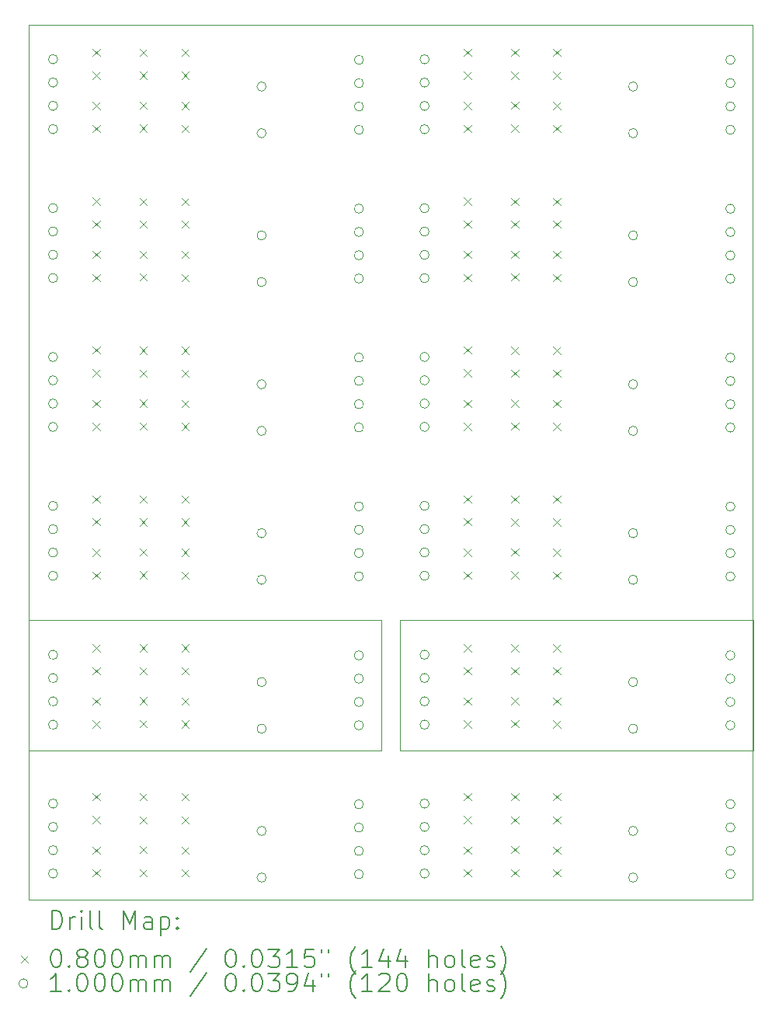
<source format=gbr>
%TF.GenerationSoftware,KiCad,Pcbnew,(6.0.7)*%
%TF.CreationDate,2024-06-12T17:23:28-04:00*%
%TF.ProjectId,DCR BPF V1 (Panel),44435220-4250-4462-9056-31202850616e,rev?*%
%TF.SameCoordinates,Original*%
%TF.FileFunction,Drillmap*%
%TF.FilePolarity,Positive*%
%FSLAX45Y45*%
G04 Gerber Fmt 4.5, Leading zero omitted, Abs format (unit mm)*
G04 Created by KiCad (PCBNEW (6.0.7)) date 2024-06-12 17:23:28*
%MOMM*%
%LPD*%
G01*
G04 APERTURE LIST*
%ADD10C,0.100000*%
%ADD11C,0.200000*%
%ADD12C,0.080000*%
G04 APERTURE END LIST*
D10*
X4184650Y-5416550D02*
X12077700Y-5416550D01*
X12077700Y-5416550D02*
X12077700Y-14954250D01*
X12077700Y-14954250D02*
X4184650Y-14954250D01*
X4184650Y-14954250D02*
X4184650Y-5416550D01*
X4183700Y-11906150D02*
X8033700Y-11906150D01*
X8033700Y-11906150D02*
X8033700Y-13328550D01*
X8033700Y-13328550D02*
X4183700Y-13328550D01*
X4183700Y-13328550D02*
X4183700Y-11906150D01*
X8233700Y-11906150D02*
X12083700Y-11906150D01*
X12083700Y-11906150D02*
X12083700Y-13328550D01*
X12083700Y-13328550D02*
X8233700Y-13328550D01*
X8233700Y-13328550D02*
X8233700Y-11906150D01*
D11*
D12*
X4881250Y-5677000D02*
X4961250Y-5757000D01*
X4961250Y-5677000D02*
X4881250Y-5757000D01*
X4881250Y-5927000D02*
X4961250Y-6007000D01*
X4961250Y-5927000D02*
X4881250Y-6007000D01*
X4881250Y-6259200D02*
X4961250Y-6339200D01*
X4961250Y-6259200D02*
X4881250Y-6339200D01*
X4881250Y-6509200D02*
X4961250Y-6589200D01*
X4961250Y-6509200D02*
X4881250Y-6589200D01*
X4881250Y-7299400D02*
X4961250Y-7379400D01*
X4961250Y-7299400D02*
X4881250Y-7379400D01*
X4881250Y-7549400D02*
X4961250Y-7629400D01*
X4961250Y-7549400D02*
X4881250Y-7629400D01*
X4881250Y-7881600D02*
X4961250Y-7961600D01*
X4961250Y-7881600D02*
X4881250Y-7961600D01*
X4881250Y-8131600D02*
X4961250Y-8211600D01*
X4961250Y-8131600D02*
X4881250Y-8211600D01*
X4881250Y-8921800D02*
X4961250Y-9001800D01*
X4961250Y-8921800D02*
X4881250Y-9001800D01*
X4881250Y-9171800D02*
X4961250Y-9251800D01*
X4961250Y-9171800D02*
X4881250Y-9251800D01*
X4881250Y-9504000D02*
X4961250Y-9584000D01*
X4961250Y-9504000D02*
X4881250Y-9584000D01*
X4881250Y-9754000D02*
X4961250Y-9834000D01*
X4961250Y-9754000D02*
X4881250Y-9834000D01*
X4881250Y-10544200D02*
X4961250Y-10624200D01*
X4961250Y-10544200D02*
X4881250Y-10624200D01*
X4881250Y-10794200D02*
X4961250Y-10874200D01*
X4961250Y-10794200D02*
X4881250Y-10874200D01*
X4881250Y-11126400D02*
X4961250Y-11206400D01*
X4961250Y-11126400D02*
X4881250Y-11206400D01*
X4881250Y-11376400D02*
X4961250Y-11456400D01*
X4961250Y-11376400D02*
X4881250Y-11456400D01*
X4881250Y-12166600D02*
X4961250Y-12246600D01*
X4961250Y-12166600D02*
X4881250Y-12246600D01*
X4881250Y-12416600D02*
X4961250Y-12496600D01*
X4961250Y-12416600D02*
X4881250Y-12496600D01*
X4881250Y-12748800D02*
X4961250Y-12828800D01*
X4961250Y-12748800D02*
X4881250Y-12828800D01*
X4881250Y-12998800D02*
X4961250Y-13078800D01*
X4961250Y-12998800D02*
X4881250Y-13078800D01*
X4881250Y-13789000D02*
X4961250Y-13869000D01*
X4961250Y-13789000D02*
X4881250Y-13869000D01*
X4881250Y-14039000D02*
X4961250Y-14119000D01*
X4961250Y-14039000D02*
X4881250Y-14119000D01*
X4881250Y-14371200D02*
X4961250Y-14451200D01*
X4961250Y-14371200D02*
X4881250Y-14451200D01*
X4881250Y-14621200D02*
X4961250Y-14701200D01*
X4961250Y-14621200D02*
X4881250Y-14701200D01*
X5395600Y-5679000D02*
X5475600Y-5759000D01*
X5475600Y-5679000D02*
X5395600Y-5759000D01*
X5395600Y-5929000D02*
X5475600Y-6009000D01*
X5475600Y-5929000D02*
X5395600Y-6009000D01*
X5395600Y-6254850D02*
X5475600Y-6334850D01*
X5475600Y-6254850D02*
X5395600Y-6334850D01*
X5395600Y-6504850D02*
X5475600Y-6584850D01*
X5475600Y-6504850D02*
X5395600Y-6584850D01*
X5395600Y-7301400D02*
X5475600Y-7381400D01*
X5475600Y-7301400D02*
X5395600Y-7381400D01*
X5395600Y-7551400D02*
X5475600Y-7631400D01*
X5475600Y-7551400D02*
X5395600Y-7631400D01*
X5395600Y-7877250D02*
X5475600Y-7957250D01*
X5475600Y-7877250D02*
X5395600Y-7957250D01*
X5395600Y-8127250D02*
X5475600Y-8207250D01*
X5475600Y-8127250D02*
X5395600Y-8207250D01*
X5395600Y-8923800D02*
X5475600Y-9003800D01*
X5475600Y-8923800D02*
X5395600Y-9003800D01*
X5395600Y-9173800D02*
X5475600Y-9253800D01*
X5475600Y-9173800D02*
X5395600Y-9253800D01*
X5395600Y-9499650D02*
X5475600Y-9579650D01*
X5475600Y-9499650D02*
X5395600Y-9579650D01*
X5395600Y-9749650D02*
X5475600Y-9829650D01*
X5475600Y-9749650D02*
X5395600Y-9829650D01*
X5395600Y-10546200D02*
X5475600Y-10626200D01*
X5475600Y-10546200D02*
X5395600Y-10626200D01*
X5395600Y-10796200D02*
X5475600Y-10876200D01*
X5475600Y-10796200D02*
X5395600Y-10876200D01*
X5395600Y-11122050D02*
X5475600Y-11202050D01*
X5475600Y-11122050D02*
X5395600Y-11202050D01*
X5395600Y-11372050D02*
X5475600Y-11452050D01*
X5475600Y-11372050D02*
X5395600Y-11452050D01*
X5395600Y-12168600D02*
X5475600Y-12248600D01*
X5475600Y-12168600D02*
X5395600Y-12248600D01*
X5395600Y-12418600D02*
X5475600Y-12498600D01*
X5475600Y-12418600D02*
X5395600Y-12498600D01*
X5395600Y-12744450D02*
X5475600Y-12824450D01*
X5475600Y-12744450D02*
X5395600Y-12824450D01*
X5395600Y-12994450D02*
X5475600Y-13074450D01*
X5475600Y-12994450D02*
X5395600Y-13074450D01*
X5395600Y-13791000D02*
X5475600Y-13871000D01*
X5475600Y-13791000D02*
X5395600Y-13871000D01*
X5395600Y-14041000D02*
X5475600Y-14121000D01*
X5475600Y-14041000D02*
X5395600Y-14121000D01*
X5395600Y-14366850D02*
X5475600Y-14446850D01*
X5475600Y-14366850D02*
X5395600Y-14446850D01*
X5395600Y-14616850D02*
X5475600Y-14696850D01*
X5475600Y-14616850D02*
X5395600Y-14696850D01*
X5852800Y-5679000D02*
X5932800Y-5759000D01*
X5932800Y-5679000D02*
X5852800Y-5759000D01*
X5852800Y-5929000D02*
X5932800Y-6009000D01*
X5932800Y-5929000D02*
X5852800Y-6009000D01*
X5852800Y-6259200D02*
X5932800Y-6339200D01*
X5932800Y-6259200D02*
X5852800Y-6339200D01*
X5852800Y-6509200D02*
X5932800Y-6589200D01*
X5932800Y-6509200D02*
X5852800Y-6589200D01*
X5852800Y-7301400D02*
X5932800Y-7381400D01*
X5932800Y-7301400D02*
X5852800Y-7381400D01*
X5852800Y-7551400D02*
X5932800Y-7631400D01*
X5932800Y-7551400D02*
X5852800Y-7631400D01*
X5852800Y-7881600D02*
X5932800Y-7961600D01*
X5932800Y-7881600D02*
X5852800Y-7961600D01*
X5852800Y-8131600D02*
X5932800Y-8211600D01*
X5932800Y-8131600D02*
X5852800Y-8211600D01*
X5852800Y-8923800D02*
X5932800Y-9003800D01*
X5932800Y-8923800D02*
X5852800Y-9003800D01*
X5852800Y-9173800D02*
X5932800Y-9253800D01*
X5932800Y-9173800D02*
X5852800Y-9253800D01*
X5852800Y-9504000D02*
X5932800Y-9584000D01*
X5932800Y-9504000D02*
X5852800Y-9584000D01*
X5852800Y-9754000D02*
X5932800Y-9834000D01*
X5932800Y-9754000D02*
X5852800Y-9834000D01*
X5852800Y-10546200D02*
X5932800Y-10626200D01*
X5932800Y-10546200D02*
X5852800Y-10626200D01*
X5852800Y-10796200D02*
X5932800Y-10876200D01*
X5932800Y-10796200D02*
X5852800Y-10876200D01*
X5852800Y-11126400D02*
X5932800Y-11206400D01*
X5932800Y-11126400D02*
X5852800Y-11206400D01*
X5852800Y-11376400D02*
X5932800Y-11456400D01*
X5932800Y-11376400D02*
X5852800Y-11456400D01*
X5852800Y-12168600D02*
X5932800Y-12248600D01*
X5932800Y-12168600D02*
X5852800Y-12248600D01*
X5852800Y-12418600D02*
X5932800Y-12498600D01*
X5932800Y-12418600D02*
X5852800Y-12498600D01*
X5852800Y-12748800D02*
X5932800Y-12828800D01*
X5932800Y-12748800D02*
X5852800Y-12828800D01*
X5852800Y-12998800D02*
X5932800Y-13078800D01*
X5932800Y-12998800D02*
X5852800Y-13078800D01*
X5852800Y-13791000D02*
X5932800Y-13871000D01*
X5932800Y-13791000D02*
X5852800Y-13871000D01*
X5852800Y-14041000D02*
X5932800Y-14121000D01*
X5932800Y-14041000D02*
X5852800Y-14121000D01*
X5852800Y-14371200D02*
X5932800Y-14451200D01*
X5932800Y-14371200D02*
X5852800Y-14451200D01*
X5852800Y-14621200D02*
X5932800Y-14701200D01*
X5932800Y-14621200D02*
X5852800Y-14701200D01*
X8931250Y-5677000D02*
X9011250Y-5757000D01*
X9011250Y-5677000D02*
X8931250Y-5757000D01*
X8931250Y-5927000D02*
X9011250Y-6007000D01*
X9011250Y-5927000D02*
X8931250Y-6007000D01*
X8931250Y-6259200D02*
X9011250Y-6339200D01*
X9011250Y-6259200D02*
X8931250Y-6339200D01*
X8931250Y-6509200D02*
X9011250Y-6589200D01*
X9011250Y-6509200D02*
X8931250Y-6589200D01*
X8931250Y-7299400D02*
X9011250Y-7379400D01*
X9011250Y-7299400D02*
X8931250Y-7379400D01*
X8931250Y-7549400D02*
X9011250Y-7629400D01*
X9011250Y-7549400D02*
X8931250Y-7629400D01*
X8931250Y-7881600D02*
X9011250Y-7961600D01*
X9011250Y-7881600D02*
X8931250Y-7961600D01*
X8931250Y-8131600D02*
X9011250Y-8211600D01*
X9011250Y-8131600D02*
X8931250Y-8211600D01*
X8931250Y-8921800D02*
X9011250Y-9001800D01*
X9011250Y-8921800D02*
X8931250Y-9001800D01*
X8931250Y-9171800D02*
X9011250Y-9251800D01*
X9011250Y-9171800D02*
X8931250Y-9251800D01*
X8931250Y-9504000D02*
X9011250Y-9584000D01*
X9011250Y-9504000D02*
X8931250Y-9584000D01*
X8931250Y-9754000D02*
X9011250Y-9834000D01*
X9011250Y-9754000D02*
X8931250Y-9834000D01*
X8931250Y-10544200D02*
X9011250Y-10624200D01*
X9011250Y-10544200D02*
X8931250Y-10624200D01*
X8931250Y-10794200D02*
X9011250Y-10874200D01*
X9011250Y-10794200D02*
X8931250Y-10874200D01*
X8931250Y-11126400D02*
X9011250Y-11206400D01*
X9011250Y-11126400D02*
X8931250Y-11206400D01*
X8931250Y-11376400D02*
X9011250Y-11456400D01*
X9011250Y-11376400D02*
X8931250Y-11456400D01*
X8931250Y-12166600D02*
X9011250Y-12246600D01*
X9011250Y-12166600D02*
X8931250Y-12246600D01*
X8931250Y-12416600D02*
X9011250Y-12496600D01*
X9011250Y-12416600D02*
X8931250Y-12496600D01*
X8931250Y-12748800D02*
X9011250Y-12828800D01*
X9011250Y-12748800D02*
X8931250Y-12828800D01*
X8931250Y-12998800D02*
X9011250Y-13078800D01*
X9011250Y-12998800D02*
X8931250Y-13078800D01*
X8931250Y-13789000D02*
X9011250Y-13869000D01*
X9011250Y-13789000D02*
X8931250Y-13869000D01*
X8931250Y-14039000D02*
X9011250Y-14119000D01*
X9011250Y-14039000D02*
X8931250Y-14119000D01*
X8931250Y-14371200D02*
X9011250Y-14451200D01*
X9011250Y-14371200D02*
X8931250Y-14451200D01*
X8931250Y-14621200D02*
X9011250Y-14701200D01*
X9011250Y-14621200D02*
X8931250Y-14701200D01*
X9445600Y-5679000D02*
X9525600Y-5759000D01*
X9525600Y-5679000D02*
X9445600Y-5759000D01*
X9445600Y-5929000D02*
X9525600Y-6009000D01*
X9525600Y-5929000D02*
X9445600Y-6009000D01*
X9445600Y-6254850D02*
X9525600Y-6334850D01*
X9525600Y-6254850D02*
X9445600Y-6334850D01*
X9445600Y-6504850D02*
X9525600Y-6584850D01*
X9525600Y-6504850D02*
X9445600Y-6584850D01*
X9445600Y-7301400D02*
X9525600Y-7381400D01*
X9525600Y-7301400D02*
X9445600Y-7381400D01*
X9445600Y-7551400D02*
X9525600Y-7631400D01*
X9525600Y-7551400D02*
X9445600Y-7631400D01*
X9445600Y-7877250D02*
X9525600Y-7957250D01*
X9525600Y-7877250D02*
X9445600Y-7957250D01*
X9445600Y-8127250D02*
X9525600Y-8207250D01*
X9525600Y-8127250D02*
X9445600Y-8207250D01*
X9445600Y-8923800D02*
X9525600Y-9003800D01*
X9525600Y-8923800D02*
X9445600Y-9003800D01*
X9445600Y-9173800D02*
X9525600Y-9253800D01*
X9525600Y-9173800D02*
X9445600Y-9253800D01*
X9445600Y-9499650D02*
X9525600Y-9579650D01*
X9525600Y-9499650D02*
X9445600Y-9579650D01*
X9445600Y-9749650D02*
X9525600Y-9829650D01*
X9525600Y-9749650D02*
X9445600Y-9829650D01*
X9445600Y-10546200D02*
X9525600Y-10626200D01*
X9525600Y-10546200D02*
X9445600Y-10626200D01*
X9445600Y-10796200D02*
X9525600Y-10876200D01*
X9525600Y-10796200D02*
X9445600Y-10876200D01*
X9445600Y-11122050D02*
X9525600Y-11202050D01*
X9525600Y-11122050D02*
X9445600Y-11202050D01*
X9445600Y-11372050D02*
X9525600Y-11452050D01*
X9525600Y-11372050D02*
X9445600Y-11452050D01*
X9445600Y-12168600D02*
X9525600Y-12248600D01*
X9525600Y-12168600D02*
X9445600Y-12248600D01*
X9445600Y-12418600D02*
X9525600Y-12498600D01*
X9525600Y-12418600D02*
X9445600Y-12498600D01*
X9445600Y-12744450D02*
X9525600Y-12824450D01*
X9525600Y-12744450D02*
X9445600Y-12824450D01*
X9445600Y-12994450D02*
X9525600Y-13074450D01*
X9525600Y-12994450D02*
X9445600Y-13074450D01*
X9445600Y-13791000D02*
X9525600Y-13871000D01*
X9525600Y-13791000D02*
X9445600Y-13871000D01*
X9445600Y-14041000D02*
X9525600Y-14121000D01*
X9525600Y-14041000D02*
X9445600Y-14121000D01*
X9445600Y-14366850D02*
X9525600Y-14446850D01*
X9525600Y-14366850D02*
X9445600Y-14446850D01*
X9445600Y-14616850D02*
X9525600Y-14696850D01*
X9525600Y-14616850D02*
X9445600Y-14696850D01*
X9902800Y-5679000D02*
X9982800Y-5759000D01*
X9982800Y-5679000D02*
X9902800Y-5759000D01*
X9902800Y-5929000D02*
X9982800Y-6009000D01*
X9982800Y-5929000D02*
X9902800Y-6009000D01*
X9902800Y-6259200D02*
X9982800Y-6339200D01*
X9982800Y-6259200D02*
X9902800Y-6339200D01*
X9902800Y-6509200D02*
X9982800Y-6589200D01*
X9982800Y-6509200D02*
X9902800Y-6589200D01*
X9902800Y-7301400D02*
X9982800Y-7381400D01*
X9982800Y-7301400D02*
X9902800Y-7381400D01*
X9902800Y-7551400D02*
X9982800Y-7631400D01*
X9982800Y-7551400D02*
X9902800Y-7631400D01*
X9902800Y-7881600D02*
X9982800Y-7961600D01*
X9982800Y-7881600D02*
X9902800Y-7961600D01*
X9902800Y-8131600D02*
X9982800Y-8211600D01*
X9982800Y-8131600D02*
X9902800Y-8211600D01*
X9902800Y-8923800D02*
X9982800Y-9003800D01*
X9982800Y-8923800D02*
X9902800Y-9003800D01*
X9902800Y-9173800D02*
X9982800Y-9253800D01*
X9982800Y-9173800D02*
X9902800Y-9253800D01*
X9902800Y-9504000D02*
X9982800Y-9584000D01*
X9982800Y-9504000D02*
X9902800Y-9584000D01*
X9902800Y-9754000D02*
X9982800Y-9834000D01*
X9982800Y-9754000D02*
X9902800Y-9834000D01*
X9902800Y-10546200D02*
X9982800Y-10626200D01*
X9982800Y-10546200D02*
X9902800Y-10626200D01*
X9902800Y-10796200D02*
X9982800Y-10876200D01*
X9982800Y-10796200D02*
X9902800Y-10876200D01*
X9902800Y-11126400D02*
X9982800Y-11206400D01*
X9982800Y-11126400D02*
X9902800Y-11206400D01*
X9902800Y-11376400D02*
X9982800Y-11456400D01*
X9982800Y-11376400D02*
X9902800Y-11456400D01*
X9902800Y-12168600D02*
X9982800Y-12248600D01*
X9982800Y-12168600D02*
X9902800Y-12248600D01*
X9902800Y-12418600D02*
X9982800Y-12498600D01*
X9982800Y-12418600D02*
X9902800Y-12498600D01*
X9902800Y-12748800D02*
X9982800Y-12828800D01*
X9982800Y-12748800D02*
X9902800Y-12828800D01*
X9902800Y-12998800D02*
X9982800Y-13078800D01*
X9982800Y-12998800D02*
X9902800Y-13078800D01*
X9902800Y-13791000D02*
X9982800Y-13871000D01*
X9982800Y-13791000D02*
X9902800Y-13871000D01*
X9902800Y-14041000D02*
X9982800Y-14121000D01*
X9982800Y-14041000D02*
X9902800Y-14121000D01*
X9902800Y-14371200D02*
X9982800Y-14451200D01*
X9982800Y-14371200D02*
X9902800Y-14451200D01*
X9902800Y-14621200D02*
X9982800Y-14701200D01*
X9982800Y-14621200D02*
X9902800Y-14701200D01*
D10*
X4501350Y-5792200D02*
G75*
G03*
X4501350Y-5792200I-50000J0D01*
G01*
X4501350Y-6046200D02*
G75*
G03*
X4501350Y-6046200I-50000J0D01*
G01*
X4501350Y-6300200D02*
G75*
G03*
X4501350Y-6300200I-50000J0D01*
G01*
X4501350Y-6554200D02*
G75*
G03*
X4501350Y-6554200I-50000J0D01*
G01*
X4501350Y-7414600D02*
G75*
G03*
X4501350Y-7414600I-50000J0D01*
G01*
X4501350Y-7668600D02*
G75*
G03*
X4501350Y-7668600I-50000J0D01*
G01*
X4501350Y-7922600D02*
G75*
G03*
X4501350Y-7922600I-50000J0D01*
G01*
X4501350Y-8176600D02*
G75*
G03*
X4501350Y-8176600I-50000J0D01*
G01*
X4501350Y-9037000D02*
G75*
G03*
X4501350Y-9037000I-50000J0D01*
G01*
X4501350Y-9291000D02*
G75*
G03*
X4501350Y-9291000I-50000J0D01*
G01*
X4501350Y-9545000D02*
G75*
G03*
X4501350Y-9545000I-50000J0D01*
G01*
X4501350Y-9799000D02*
G75*
G03*
X4501350Y-9799000I-50000J0D01*
G01*
X4501350Y-10659400D02*
G75*
G03*
X4501350Y-10659400I-50000J0D01*
G01*
X4501350Y-10913400D02*
G75*
G03*
X4501350Y-10913400I-50000J0D01*
G01*
X4501350Y-11167400D02*
G75*
G03*
X4501350Y-11167400I-50000J0D01*
G01*
X4501350Y-11421400D02*
G75*
G03*
X4501350Y-11421400I-50000J0D01*
G01*
X4501350Y-12281800D02*
G75*
G03*
X4501350Y-12281800I-50000J0D01*
G01*
X4501350Y-12535800D02*
G75*
G03*
X4501350Y-12535800I-50000J0D01*
G01*
X4501350Y-12789800D02*
G75*
G03*
X4501350Y-12789800I-50000J0D01*
G01*
X4501350Y-13043800D02*
G75*
G03*
X4501350Y-13043800I-50000J0D01*
G01*
X4501350Y-13904200D02*
G75*
G03*
X4501350Y-13904200I-50000J0D01*
G01*
X4501350Y-14158200D02*
G75*
G03*
X4501350Y-14158200I-50000J0D01*
G01*
X4501350Y-14412200D02*
G75*
G03*
X4501350Y-14412200I-50000J0D01*
G01*
X4501350Y-14666200D02*
G75*
G03*
X4501350Y-14666200I-50000J0D01*
G01*
X6774650Y-6089650D02*
G75*
G03*
X6774650Y-6089650I-50000J0D01*
G01*
X6774650Y-6597650D02*
G75*
G03*
X6774650Y-6597650I-50000J0D01*
G01*
X6774650Y-7712050D02*
G75*
G03*
X6774650Y-7712050I-50000J0D01*
G01*
X6774650Y-8220050D02*
G75*
G03*
X6774650Y-8220050I-50000J0D01*
G01*
X6774650Y-9334450D02*
G75*
G03*
X6774650Y-9334450I-50000J0D01*
G01*
X6774650Y-9842450D02*
G75*
G03*
X6774650Y-9842450I-50000J0D01*
G01*
X6774650Y-10956850D02*
G75*
G03*
X6774650Y-10956850I-50000J0D01*
G01*
X6774650Y-11464850D02*
G75*
G03*
X6774650Y-11464850I-50000J0D01*
G01*
X6774650Y-12579250D02*
G75*
G03*
X6774650Y-12579250I-50000J0D01*
G01*
X6774650Y-13087250D02*
G75*
G03*
X6774650Y-13087250I-50000J0D01*
G01*
X6774650Y-14201650D02*
G75*
G03*
X6774650Y-14201650I-50000J0D01*
G01*
X6774650Y-14709650D02*
G75*
G03*
X6774650Y-14709650I-50000J0D01*
G01*
X7835100Y-5798550D02*
G75*
G03*
X7835100Y-5798550I-50000J0D01*
G01*
X7835100Y-6052550D02*
G75*
G03*
X7835100Y-6052550I-50000J0D01*
G01*
X7835100Y-6306550D02*
G75*
G03*
X7835100Y-6306550I-50000J0D01*
G01*
X7835100Y-6560550D02*
G75*
G03*
X7835100Y-6560550I-50000J0D01*
G01*
X7835100Y-7420950D02*
G75*
G03*
X7835100Y-7420950I-50000J0D01*
G01*
X7835100Y-7674950D02*
G75*
G03*
X7835100Y-7674950I-50000J0D01*
G01*
X7835100Y-7928950D02*
G75*
G03*
X7835100Y-7928950I-50000J0D01*
G01*
X7835100Y-8182950D02*
G75*
G03*
X7835100Y-8182950I-50000J0D01*
G01*
X7835100Y-9043350D02*
G75*
G03*
X7835100Y-9043350I-50000J0D01*
G01*
X7835100Y-9297350D02*
G75*
G03*
X7835100Y-9297350I-50000J0D01*
G01*
X7835100Y-9551350D02*
G75*
G03*
X7835100Y-9551350I-50000J0D01*
G01*
X7835100Y-9805350D02*
G75*
G03*
X7835100Y-9805350I-50000J0D01*
G01*
X7835100Y-10665750D02*
G75*
G03*
X7835100Y-10665750I-50000J0D01*
G01*
X7835100Y-10919750D02*
G75*
G03*
X7835100Y-10919750I-50000J0D01*
G01*
X7835100Y-11173750D02*
G75*
G03*
X7835100Y-11173750I-50000J0D01*
G01*
X7835100Y-11427750D02*
G75*
G03*
X7835100Y-11427750I-50000J0D01*
G01*
X7835100Y-12288150D02*
G75*
G03*
X7835100Y-12288150I-50000J0D01*
G01*
X7835100Y-12542150D02*
G75*
G03*
X7835100Y-12542150I-50000J0D01*
G01*
X7835100Y-12796150D02*
G75*
G03*
X7835100Y-12796150I-50000J0D01*
G01*
X7835100Y-13050150D02*
G75*
G03*
X7835100Y-13050150I-50000J0D01*
G01*
X7835100Y-13910550D02*
G75*
G03*
X7835100Y-13910550I-50000J0D01*
G01*
X7835100Y-14164550D02*
G75*
G03*
X7835100Y-14164550I-50000J0D01*
G01*
X7835100Y-14418550D02*
G75*
G03*
X7835100Y-14418550I-50000J0D01*
G01*
X7835100Y-14672550D02*
G75*
G03*
X7835100Y-14672550I-50000J0D01*
G01*
X8551350Y-5792200D02*
G75*
G03*
X8551350Y-5792200I-50000J0D01*
G01*
X8551350Y-6046200D02*
G75*
G03*
X8551350Y-6046200I-50000J0D01*
G01*
X8551350Y-6300200D02*
G75*
G03*
X8551350Y-6300200I-50000J0D01*
G01*
X8551350Y-6554200D02*
G75*
G03*
X8551350Y-6554200I-50000J0D01*
G01*
X8551350Y-7414600D02*
G75*
G03*
X8551350Y-7414600I-50000J0D01*
G01*
X8551350Y-7668600D02*
G75*
G03*
X8551350Y-7668600I-50000J0D01*
G01*
X8551350Y-7922600D02*
G75*
G03*
X8551350Y-7922600I-50000J0D01*
G01*
X8551350Y-8176600D02*
G75*
G03*
X8551350Y-8176600I-50000J0D01*
G01*
X8551350Y-9037000D02*
G75*
G03*
X8551350Y-9037000I-50000J0D01*
G01*
X8551350Y-9291000D02*
G75*
G03*
X8551350Y-9291000I-50000J0D01*
G01*
X8551350Y-9545000D02*
G75*
G03*
X8551350Y-9545000I-50000J0D01*
G01*
X8551350Y-9799000D02*
G75*
G03*
X8551350Y-9799000I-50000J0D01*
G01*
X8551350Y-10659400D02*
G75*
G03*
X8551350Y-10659400I-50000J0D01*
G01*
X8551350Y-10913400D02*
G75*
G03*
X8551350Y-10913400I-50000J0D01*
G01*
X8551350Y-11167400D02*
G75*
G03*
X8551350Y-11167400I-50000J0D01*
G01*
X8551350Y-11421400D02*
G75*
G03*
X8551350Y-11421400I-50000J0D01*
G01*
X8551350Y-12281800D02*
G75*
G03*
X8551350Y-12281800I-50000J0D01*
G01*
X8551350Y-12535800D02*
G75*
G03*
X8551350Y-12535800I-50000J0D01*
G01*
X8551350Y-12789800D02*
G75*
G03*
X8551350Y-12789800I-50000J0D01*
G01*
X8551350Y-13043800D02*
G75*
G03*
X8551350Y-13043800I-50000J0D01*
G01*
X8551350Y-13904200D02*
G75*
G03*
X8551350Y-13904200I-50000J0D01*
G01*
X8551350Y-14158200D02*
G75*
G03*
X8551350Y-14158200I-50000J0D01*
G01*
X8551350Y-14412200D02*
G75*
G03*
X8551350Y-14412200I-50000J0D01*
G01*
X8551350Y-14666200D02*
G75*
G03*
X8551350Y-14666200I-50000J0D01*
G01*
X10824650Y-6089650D02*
G75*
G03*
X10824650Y-6089650I-50000J0D01*
G01*
X10824650Y-6597650D02*
G75*
G03*
X10824650Y-6597650I-50000J0D01*
G01*
X10824650Y-7712050D02*
G75*
G03*
X10824650Y-7712050I-50000J0D01*
G01*
X10824650Y-8220050D02*
G75*
G03*
X10824650Y-8220050I-50000J0D01*
G01*
X10824650Y-9334450D02*
G75*
G03*
X10824650Y-9334450I-50000J0D01*
G01*
X10824650Y-9842450D02*
G75*
G03*
X10824650Y-9842450I-50000J0D01*
G01*
X10824650Y-10956850D02*
G75*
G03*
X10824650Y-10956850I-50000J0D01*
G01*
X10824650Y-11464850D02*
G75*
G03*
X10824650Y-11464850I-50000J0D01*
G01*
X10824650Y-12579250D02*
G75*
G03*
X10824650Y-12579250I-50000J0D01*
G01*
X10824650Y-13087250D02*
G75*
G03*
X10824650Y-13087250I-50000J0D01*
G01*
X10824650Y-14201650D02*
G75*
G03*
X10824650Y-14201650I-50000J0D01*
G01*
X10824650Y-14709650D02*
G75*
G03*
X10824650Y-14709650I-50000J0D01*
G01*
X11885100Y-5798550D02*
G75*
G03*
X11885100Y-5798550I-50000J0D01*
G01*
X11885100Y-6052550D02*
G75*
G03*
X11885100Y-6052550I-50000J0D01*
G01*
X11885100Y-6306550D02*
G75*
G03*
X11885100Y-6306550I-50000J0D01*
G01*
X11885100Y-6560550D02*
G75*
G03*
X11885100Y-6560550I-50000J0D01*
G01*
X11885100Y-7420950D02*
G75*
G03*
X11885100Y-7420950I-50000J0D01*
G01*
X11885100Y-7674950D02*
G75*
G03*
X11885100Y-7674950I-50000J0D01*
G01*
X11885100Y-7928950D02*
G75*
G03*
X11885100Y-7928950I-50000J0D01*
G01*
X11885100Y-8182950D02*
G75*
G03*
X11885100Y-8182950I-50000J0D01*
G01*
X11885100Y-9043350D02*
G75*
G03*
X11885100Y-9043350I-50000J0D01*
G01*
X11885100Y-9297350D02*
G75*
G03*
X11885100Y-9297350I-50000J0D01*
G01*
X11885100Y-9551350D02*
G75*
G03*
X11885100Y-9551350I-50000J0D01*
G01*
X11885100Y-9805350D02*
G75*
G03*
X11885100Y-9805350I-50000J0D01*
G01*
X11885100Y-10665750D02*
G75*
G03*
X11885100Y-10665750I-50000J0D01*
G01*
X11885100Y-10919750D02*
G75*
G03*
X11885100Y-10919750I-50000J0D01*
G01*
X11885100Y-11173750D02*
G75*
G03*
X11885100Y-11173750I-50000J0D01*
G01*
X11885100Y-11427750D02*
G75*
G03*
X11885100Y-11427750I-50000J0D01*
G01*
X11885100Y-12288150D02*
G75*
G03*
X11885100Y-12288150I-50000J0D01*
G01*
X11885100Y-12542150D02*
G75*
G03*
X11885100Y-12542150I-50000J0D01*
G01*
X11885100Y-12796150D02*
G75*
G03*
X11885100Y-12796150I-50000J0D01*
G01*
X11885100Y-13050150D02*
G75*
G03*
X11885100Y-13050150I-50000J0D01*
G01*
X11885100Y-13910550D02*
G75*
G03*
X11885100Y-13910550I-50000J0D01*
G01*
X11885100Y-14164550D02*
G75*
G03*
X11885100Y-14164550I-50000J0D01*
G01*
X11885100Y-14418550D02*
G75*
G03*
X11885100Y-14418550I-50000J0D01*
G01*
X11885100Y-14672550D02*
G75*
G03*
X11885100Y-14672550I-50000J0D01*
G01*
D11*
X4436319Y-15269726D02*
X4436319Y-15069726D01*
X4483938Y-15069726D01*
X4512510Y-15079250D01*
X4531557Y-15098298D01*
X4541081Y-15117345D01*
X4550605Y-15155440D01*
X4550605Y-15184012D01*
X4541081Y-15222107D01*
X4531557Y-15241155D01*
X4512510Y-15260202D01*
X4483938Y-15269726D01*
X4436319Y-15269726D01*
X4636319Y-15269726D02*
X4636319Y-15136393D01*
X4636319Y-15174488D02*
X4645843Y-15155440D01*
X4655367Y-15145917D01*
X4674414Y-15136393D01*
X4693462Y-15136393D01*
X4760129Y-15269726D02*
X4760129Y-15136393D01*
X4760129Y-15069726D02*
X4750605Y-15079250D01*
X4760129Y-15088774D01*
X4769652Y-15079250D01*
X4760129Y-15069726D01*
X4760129Y-15088774D01*
X4883938Y-15269726D02*
X4864890Y-15260202D01*
X4855367Y-15241155D01*
X4855367Y-15069726D01*
X4988700Y-15269726D02*
X4969652Y-15260202D01*
X4960129Y-15241155D01*
X4960129Y-15069726D01*
X5217271Y-15269726D02*
X5217271Y-15069726D01*
X5283938Y-15212583D01*
X5350605Y-15069726D01*
X5350605Y-15269726D01*
X5531557Y-15269726D02*
X5531557Y-15164964D01*
X5522033Y-15145917D01*
X5502986Y-15136393D01*
X5464890Y-15136393D01*
X5445843Y-15145917D01*
X5531557Y-15260202D02*
X5512510Y-15269726D01*
X5464890Y-15269726D01*
X5445843Y-15260202D01*
X5436319Y-15241155D01*
X5436319Y-15222107D01*
X5445843Y-15203059D01*
X5464890Y-15193536D01*
X5512510Y-15193536D01*
X5531557Y-15184012D01*
X5626795Y-15136393D02*
X5626795Y-15336393D01*
X5626795Y-15145917D02*
X5645843Y-15136393D01*
X5683938Y-15136393D01*
X5702986Y-15145917D01*
X5712509Y-15155440D01*
X5722033Y-15174488D01*
X5722033Y-15231631D01*
X5712509Y-15250678D01*
X5702986Y-15260202D01*
X5683938Y-15269726D01*
X5645843Y-15269726D01*
X5626795Y-15260202D01*
X5807748Y-15250678D02*
X5817271Y-15260202D01*
X5807748Y-15269726D01*
X5798224Y-15260202D01*
X5807748Y-15250678D01*
X5807748Y-15269726D01*
X5807748Y-15145917D02*
X5817271Y-15155440D01*
X5807748Y-15164964D01*
X5798224Y-15155440D01*
X5807748Y-15145917D01*
X5807748Y-15164964D01*
D12*
X4098700Y-15559250D02*
X4178700Y-15639250D01*
X4178700Y-15559250D02*
X4098700Y-15639250D01*
D11*
X4474414Y-15489726D02*
X4493462Y-15489726D01*
X4512510Y-15499250D01*
X4522033Y-15508774D01*
X4531557Y-15527821D01*
X4541081Y-15565917D01*
X4541081Y-15613536D01*
X4531557Y-15651631D01*
X4522033Y-15670678D01*
X4512510Y-15680202D01*
X4493462Y-15689726D01*
X4474414Y-15689726D01*
X4455367Y-15680202D01*
X4445843Y-15670678D01*
X4436319Y-15651631D01*
X4426795Y-15613536D01*
X4426795Y-15565917D01*
X4436319Y-15527821D01*
X4445843Y-15508774D01*
X4455367Y-15499250D01*
X4474414Y-15489726D01*
X4626795Y-15670678D02*
X4636319Y-15680202D01*
X4626795Y-15689726D01*
X4617271Y-15680202D01*
X4626795Y-15670678D01*
X4626795Y-15689726D01*
X4750605Y-15575440D02*
X4731557Y-15565917D01*
X4722033Y-15556393D01*
X4712510Y-15537345D01*
X4712510Y-15527821D01*
X4722033Y-15508774D01*
X4731557Y-15499250D01*
X4750605Y-15489726D01*
X4788700Y-15489726D01*
X4807748Y-15499250D01*
X4817271Y-15508774D01*
X4826795Y-15527821D01*
X4826795Y-15537345D01*
X4817271Y-15556393D01*
X4807748Y-15565917D01*
X4788700Y-15575440D01*
X4750605Y-15575440D01*
X4731557Y-15584964D01*
X4722033Y-15594488D01*
X4712510Y-15613536D01*
X4712510Y-15651631D01*
X4722033Y-15670678D01*
X4731557Y-15680202D01*
X4750605Y-15689726D01*
X4788700Y-15689726D01*
X4807748Y-15680202D01*
X4817271Y-15670678D01*
X4826795Y-15651631D01*
X4826795Y-15613536D01*
X4817271Y-15594488D01*
X4807748Y-15584964D01*
X4788700Y-15575440D01*
X4950605Y-15489726D02*
X4969652Y-15489726D01*
X4988700Y-15499250D01*
X4998224Y-15508774D01*
X5007748Y-15527821D01*
X5017271Y-15565917D01*
X5017271Y-15613536D01*
X5007748Y-15651631D01*
X4998224Y-15670678D01*
X4988700Y-15680202D01*
X4969652Y-15689726D01*
X4950605Y-15689726D01*
X4931557Y-15680202D01*
X4922033Y-15670678D01*
X4912510Y-15651631D01*
X4902986Y-15613536D01*
X4902986Y-15565917D01*
X4912510Y-15527821D01*
X4922033Y-15508774D01*
X4931557Y-15499250D01*
X4950605Y-15489726D01*
X5141081Y-15489726D02*
X5160129Y-15489726D01*
X5179176Y-15499250D01*
X5188700Y-15508774D01*
X5198224Y-15527821D01*
X5207748Y-15565917D01*
X5207748Y-15613536D01*
X5198224Y-15651631D01*
X5188700Y-15670678D01*
X5179176Y-15680202D01*
X5160129Y-15689726D01*
X5141081Y-15689726D01*
X5122033Y-15680202D01*
X5112510Y-15670678D01*
X5102986Y-15651631D01*
X5093462Y-15613536D01*
X5093462Y-15565917D01*
X5102986Y-15527821D01*
X5112510Y-15508774D01*
X5122033Y-15499250D01*
X5141081Y-15489726D01*
X5293462Y-15689726D02*
X5293462Y-15556393D01*
X5293462Y-15575440D02*
X5302986Y-15565917D01*
X5322033Y-15556393D01*
X5350605Y-15556393D01*
X5369652Y-15565917D01*
X5379176Y-15584964D01*
X5379176Y-15689726D01*
X5379176Y-15584964D02*
X5388700Y-15565917D01*
X5407748Y-15556393D01*
X5436319Y-15556393D01*
X5455367Y-15565917D01*
X5464890Y-15584964D01*
X5464890Y-15689726D01*
X5560129Y-15689726D02*
X5560129Y-15556393D01*
X5560129Y-15575440D02*
X5569652Y-15565917D01*
X5588700Y-15556393D01*
X5617271Y-15556393D01*
X5636319Y-15565917D01*
X5645843Y-15584964D01*
X5645843Y-15689726D01*
X5645843Y-15584964D02*
X5655367Y-15565917D01*
X5674414Y-15556393D01*
X5702986Y-15556393D01*
X5722033Y-15565917D01*
X5731557Y-15584964D01*
X5731557Y-15689726D01*
X6122033Y-15480202D02*
X5950605Y-15737345D01*
X6379176Y-15489726D02*
X6398224Y-15489726D01*
X6417271Y-15499250D01*
X6426795Y-15508774D01*
X6436319Y-15527821D01*
X6445843Y-15565917D01*
X6445843Y-15613536D01*
X6436319Y-15651631D01*
X6426795Y-15670678D01*
X6417271Y-15680202D01*
X6398224Y-15689726D01*
X6379176Y-15689726D01*
X6360128Y-15680202D01*
X6350605Y-15670678D01*
X6341081Y-15651631D01*
X6331557Y-15613536D01*
X6331557Y-15565917D01*
X6341081Y-15527821D01*
X6350605Y-15508774D01*
X6360128Y-15499250D01*
X6379176Y-15489726D01*
X6531557Y-15670678D02*
X6541081Y-15680202D01*
X6531557Y-15689726D01*
X6522033Y-15680202D01*
X6531557Y-15670678D01*
X6531557Y-15689726D01*
X6664890Y-15489726D02*
X6683938Y-15489726D01*
X6702986Y-15499250D01*
X6712509Y-15508774D01*
X6722033Y-15527821D01*
X6731557Y-15565917D01*
X6731557Y-15613536D01*
X6722033Y-15651631D01*
X6712509Y-15670678D01*
X6702986Y-15680202D01*
X6683938Y-15689726D01*
X6664890Y-15689726D01*
X6645843Y-15680202D01*
X6636319Y-15670678D01*
X6626795Y-15651631D01*
X6617271Y-15613536D01*
X6617271Y-15565917D01*
X6626795Y-15527821D01*
X6636319Y-15508774D01*
X6645843Y-15499250D01*
X6664890Y-15489726D01*
X6798224Y-15489726D02*
X6922033Y-15489726D01*
X6855367Y-15565917D01*
X6883938Y-15565917D01*
X6902986Y-15575440D01*
X6912509Y-15584964D01*
X6922033Y-15604012D01*
X6922033Y-15651631D01*
X6912509Y-15670678D01*
X6902986Y-15680202D01*
X6883938Y-15689726D01*
X6826795Y-15689726D01*
X6807748Y-15680202D01*
X6798224Y-15670678D01*
X7112509Y-15689726D02*
X6998224Y-15689726D01*
X7055367Y-15689726D02*
X7055367Y-15489726D01*
X7036319Y-15518298D01*
X7017271Y-15537345D01*
X6998224Y-15546869D01*
X7293462Y-15489726D02*
X7198224Y-15489726D01*
X7188700Y-15584964D01*
X7198224Y-15575440D01*
X7217271Y-15565917D01*
X7264890Y-15565917D01*
X7283938Y-15575440D01*
X7293462Y-15584964D01*
X7302986Y-15604012D01*
X7302986Y-15651631D01*
X7293462Y-15670678D01*
X7283938Y-15680202D01*
X7264890Y-15689726D01*
X7217271Y-15689726D01*
X7198224Y-15680202D01*
X7188700Y-15670678D01*
X7379176Y-15489726D02*
X7379176Y-15527821D01*
X7455367Y-15489726D02*
X7455367Y-15527821D01*
X7750605Y-15765917D02*
X7741081Y-15756393D01*
X7722033Y-15727821D01*
X7712509Y-15708774D01*
X7702986Y-15680202D01*
X7693462Y-15632583D01*
X7693462Y-15594488D01*
X7702986Y-15546869D01*
X7712509Y-15518298D01*
X7722033Y-15499250D01*
X7741081Y-15470678D01*
X7750605Y-15461155D01*
X7931557Y-15689726D02*
X7817271Y-15689726D01*
X7874414Y-15689726D02*
X7874414Y-15489726D01*
X7855367Y-15518298D01*
X7836319Y-15537345D01*
X7817271Y-15546869D01*
X8102986Y-15556393D02*
X8102986Y-15689726D01*
X8055367Y-15480202D02*
X8007748Y-15623059D01*
X8131557Y-15623059D01*
X8293462Y-15556393D02*
X8293462Y-15689726D01*
X8245843Y-15480202D02*
X8198224Y-15623059D01*
X8322033Y-15623059D01*
X8550605Y-15689726D02*
X8550605Y-15489726D01*
X8636319Y-15689726D02*
X8636319Y-15584964D01*
X8626795Y-15565917D01*
X8607748Y-15556393D01*
X8579176Y-15556393D01*
X8560129Y-15565917D01*
X8550605Y-15575440D01*
X8760129Y-15689726D02*
X8741081Y-15680202D01*
X8731557Y-15670678D01*
X8722033Y-15651631D01*
X8722033Y-15594488D01*
X8731557Y-15575440D01*
X8741081Y-15565917D01*
X8760129Y-15556393D01*
X8788700Y-15556393D01*
X8807748Y-15565917D01*
X8817271Y-15575440D01*
X8826795Y-15594488D01*
X8826795Y-15651631D01*
X8817271Y-15670678D01*
X8807748Y-15680202D01*
X8788700Y-15689726D01*
X8760129Y-15689726D01*
X8941081Y-15689726D02*
X8922033Y-15680202D01*
X8912510Y-15661155D01*
X8912510Y-15489726D01*
X9093462Y-15680202D02*
X9074414Y-15689726D01*
X9036319Y-15689726D01*
X9017271Y-15680202D01*
X9007748Y-15661155D01*
X9007748Y-15584964D01*
X9017271Y-15565917D01*
X9036319Y-15556393D01*
X9074414Y-15556393D01*
X9093462Y-15565917D01*
X9102986Y-15584964D01*
X9102986Y-15604012D01*
X9007748Y-15623059D01*
X9179176Y-15680202D02*
X9198224Y-15689726D01*
X9236319Y-15689726D01*
X9255367Y-15680202D01*
X9264890Y-15661155D01*
X9264890Y-15651631D01*
X9255367Y-15632583D01*
X9236319Y-15623059D01*
X9207748Y-15623059D01*
X9188700Y-15613536D01*
X9179176Y-15594488D01*
X9179176Y-15584964D01*
X9188700Y-15565917D01*
X9207748Y-15556393D01*
X9236319Y-15556393D01*
X9255367Y-15565917D01*
X9331557Y-15765917D02*
X9341081Y-15756393D01*
X9360129Y-15727821D01*
X9369652Y-15708774D01*
X9379176Y-15680202D01*
X9388700Y-15632583D01*
X9388700Y-15594488D01*
X9379176Y-15546869D01*
X9369652Y-15518298D01*
X9360129Y-15499250D01*
X9341081Y-15470678D01*
X9331557Y-15461155D01*
D10*
X4178700Y-15863250D02*
G75*
G03*
X4178700Y-15863250I-50000J0D01*
G01*
D11*
X4541081Y-15953726D02*
X4426795Y-15953726D01*
X4483938Y-15953726D02*
X4483938Y-15753726D01*
X4464890Y-15782298D01*
X4445843Y-15801345D01*
X4426795Y-15810869D01*
X4626795Y-15934678D02*
X4636319Y-15944202D01*
X4626795Y-15953726D01*
X4617271Y-15944202D01*
X4626795Y-15934678D01*
X4626795Y-15953726D01*
X4760129Y-15753726D02*
X4779176Y-15753726D01*
X4798224Y-15763250D01*
X4807748Y-15772774D01*
X4817271Y-15791821D01*
X4826795Y-15829917D01*
X4826795Y-15877536D01*
X4817271Y-15915631D01*
X4807748Y-15934678D01*
X4798224Y-15944202D01*
X4779176Y-15953726D01*
X4760129Y-15953726D01*
X4741081Y-15944202D01*
X4731557Y-15934678D01*
X4722033Y-15915631D01*
X4712510Y-15877536D01*
X4712510Y-15829917D01*
X4722033Y-15791821D01*
X4731557Y-15772774D01*
X4741081Y-15763250D01*
X4760129Y-15753726D01*
X4950605Y-15753726D02*
X4969652Y-15753726D01*
X4988700Y-15763250D01*
X4998224Y-15772774D01*
X5007748Y-15791821D01*
X5017271Y-15829917D01*
X5017271Y-15877536D01*
X5007748Y-15915631D01*
X4998224Y-15934678D01*
X4988700Y-15944202D01*
X4969652Y-15953726D01*
X4950605Y-15953726D01*
X4931557Y-15944202D01*
X4922033Y-15934678D01*
X4912510Y-15915631D01*
X4902986Y-15877536D01*
X4902986Y-15829917D01*
X4912510Y-15791821D01*
X4922033Y-15772774D01*
X4931557Y-15763250D01*
X4950605Y-15753726D01*
X5141081Y-15753726D02*
X5160129Y-15753726D01*
X5179176Y-15763250D01*
X5188700Y-15772774D01*
X5198224Y-15791821D01*
X5207748Y-15829917D01*
X5207748Y-15877536D01*
X5198224Y-15915631D01*
X5188700Y-15934678D01*
X5179176Y-15944202D01*
X5160129Y-15953726D01*
X5141081Y-15953726D01*
X5122033Y-15944202D01*
X5112510Y-15934678D01*
X5102986Y-15915631D01*
X5093462Y-15877536D01*
X5093462Y-15829917D01*
X5102986Y-15791821D01*
X5112510Y-15772774D01*
X5122033Y-15763250D01*
X5141081Y-15753726D01*
X5293462Y-15953726D02*
X5293462Y-15820393D01*
X5293462Y-15839440D02*
X5302986Y-15829917D01*
X5322033Y-15820393D01*
X5350605Y-15820393D01*
X5369652Y-15829917D01*
X5379176Y-15848964D01*
X5379176Y-15953726D01*
X5379176Y-15848964D02*
X5388700Y-15829917D01*
X5407748Y-15820393D01*
X5436319Y-15820393D01*
X5455367Y-15829917D01*
X5464890Y-15848964D01*
X5464890Y-15953726D01*
X5560129Y-15953726D02*
X5560129Y-15820393D01*
X5560129Y-15839440D02*
X5569652Y-15829917D01*
X5588700Y-15820393D01*
X5617271Y-15820393D01*
X5636319Y-15829917D01*
X5645843Y-15848964D01*
X5645843Y-15953726D01*
X5645843Y-15848964D02*
X5655367Y-15829917D01*
X5674414Y-15820393D01*
X5702986Y-15820393D01*
X5722033Y-15829917D01*
X5731557Y-15848964D01*
X5731557Y-15953726D01*
X6122033Y-15744202D02*
X5950605Y-16001345D01*
X6379176Y-15753726D02*
X6398224Y-15753726D01*
X6417271Y-15763250D01*
X6426795Y-15772774D01*
X6436319Y-15791821D01*
X6445843Y-15829917D01*
X6445843Y-15877536D01*
X6436319Y-15915631D01*
X6426795Y-15934678D01*
X6417271Y-15944202D01*
X6398224Y-15953726D01*
X6379176Y-15953726D01*
X6360128Y-15944202D01*
X6350605Y-15934678D01*
X6341081Y-15915631D01*
X6331557Y-15877536D01*
X6331557Y-15829917D01*
X6341081Y-15791821D01*
X6350605Y-15772774D01*
X6360128Y-15763250D01*
X6379176Y-15753726D01*
X6531557Y-15934678D02*
X6541081Y-15944202D01*
X6531557Y-15953726D01*
X6522033Y-15944202D01*
X6531557Y-15934678D01*
X6531557Y-15953726D01*
X6664890Y-15753726D02*
X6683938Y-15753726D01*
X6702986Y-15763250D01*
X6712509Y-15772774D01*
X6722033Y-15791821D01*
X6731557Y-15829917D01*
X6731557Y-15877536D01*
X6722033Y-15915631D01*
X6712509Y-15934678D01*
X6702986Y-15944202D01*
X6683938Y-15953726D01*
X6664890Y-15953726D01*
X6645843Y-15944202D01*
X6636319Y-15934678D01*
X6626795Y-15915631D01*
X6617271Y-15877536D01*
X6617271Y-15829917D01*
X6626795Y-15791821D01*
X6636319Y-15772774D01*
X6645843Y-15763250D01*
X6664890Y-15753726D01*
X6798224Y-15753726D02*
X6922033Y-15753726D01*
X6855367Y-15829917D01*
X6883938Y-15829917D01*
X6902986Y-15839440D01*
X6912509Y-15848964D01*
X6922033Y-15868012D01*
X6922033Y-15915631D01*
X6912509Y-15934678D01*
X6902986Y-15944202D01*
X6883938Y-15953726D01*
X6826795Y-15953726D01*
X6807748Y-15944202D01*
X6798224Y-15934678D01*
X7017271Y-15953726D02*
X7055367Y-15953726D01*
X7074414Y-15944202D01*
X7083938Y-15934678D01*
X7102986Y-15906107D01*
X7112509Y-15868012D01*
X7112509Y-15791821D01*
X7102986Y-15772774D01*
X7093462Y-15763250D01*
X7074414Y-15753726D01*
X7036319Y-15753726D01*
X7017271Y-15763250D01*
X7007748Y-15772774D01*
X6998224Y-15791821D01*
X6998224Y-15839440D01*
X7007748Y-15858488D01*
X7017271Y-15868012D01*
X7036319Y-15877536D01*
X7074414Y-15877536D01*
X7093462Y-15868012D01*
X7102986Y-15858488D01*
X7112509Y-15839440D01*
X7283938Y-15820393D02*
X7283938Y-15953726D01*
X7236319Y-15744202D02*
X7188700Y-15887059D01*
X7312509Y-15887059D01*
X7379176Y-15753726D02*
X7379176Y-15791821D01*
X7455367Y-15753726D02*
X7455367Y-15791821D01*
X7750605Y-16029917D02*
X7741081Y-16020393D01*
X7722033Y-15991821D01*
X7712509Y-15972774D01*
X7702986Y-15944202D01*
X7693462Y-15896583D01*
X7693462Y-15858488D01*
X7702986Y-15810869D01*
X7712509Y-15782298D01*
X7722033Y-15763250D01*
X7741081Y-15734678D01*
X7750605Y-15725155D01*
X7931557Y-15953726D02*
X7817271Y-15953726D01*
X7874414Y-15953726D02*
X7874414Y-15753726D01*
X7855367Y-15782298D01*
X7836319Y-15801345D01*
X7817271Y-15810869D01*
X8007748Y-15772774D02*
X8017271Y-15763250D01*
X8036319Y-15753726D01*
X8083938Y-15753726D01*
X8102986Y-15763250D01*
X8112509Y-15772774D01*
X8122033Y-15791821D01*
X8122033Y-15810869D01*
X8112509Y-15839440D01*
X7998224Y-15953726D01*
X8122033Y-15953726D01*
X8245843Y-15753726D02*
X8264890Y-15753726D01*
X8283938Y-15763250D01*
X8293462Y-15772774D01*
X8302986Y-15791821D01*
X8312509Y-15829917D01*
X8312509Y-15877536D01*
X8302986Y-15915631D01*
X8293462Y-15934678D01*
X8283938Y-15944202D01*
X8264890Y-15953726D01*
X8245843Y-15953726D01*
X8226795Y-15944202D01*
X8217271Y-15934678D01*
X8207748Y-15915631D01*
X8198224Y-15877536D01*
X8198224Y-15829917D01*
X8207748Y-15791821D01*
X8217271Y-15772774D01*
X8226795Y-15763250D01*
X8245843Y-15753726D01*
X8550605Y-15953726D02*
X8550605Y-15753726D01*
X8636319Y-15953726D02*
X8636319Y-15848964D01*
X8626795Y-15829917D01*
X8607748Y-15820393D01*
X8579176Y-15820393D01*
X8560129Y-15829917D01*
X8550605Y-15839440D01*
X8760129Y-15953726D02*
X8741081Y-15944202D01*
X8731557Y-15934678D01*
X8722033Y-15915631D01*
X8722033Y-15858488D01*
X8731557Y-15839440D01*
X8741081Y-15829917D01*
X8760129Y-15820393D01*
X8788700Y-15820393D01*
X8807748Y-15829917D01*
X8817271Y-15839440D01*
X8826795Y-15858488D01*
X8826795Y-15915631D01*
X8817271Y-15934678D01*
X8807748Y-15944202D01*
X8788700Y-15953726D01*
X8760129Y-15953726D01*
X8941081Y-15953726D02*
X8922033Y-15944202D01*
X8912510Y-15925155D01*
X8912510Y-15753726D01*
X9093462Y-15944202D02*
X9074414Y-15953726D01*
X9036319Y-15953726D01*
X9017271Y-15944202D01*
X9007748Y-15925155D01*
X9007748Y-15848964D01*
X9017271Y-15829917D01*
X9036319Y-15820393D01*
X9074414Y-15820393D01*
X9093462Y-15829917D01*
X9102986Y-15848964D01*
X9102986Y-15868012D01*
X9007748Y-15887059D01*
X9179176Y-15944202D02*
X9198224Y-15953726D01*
X9236319Y-15953726D01*
X9255367Y-15944202D01*
X9264890Y-15925155D01*
X9264890Y-15915631D01*
X9255367Y-15896583D01*
X9236319Y-15887059D01*
X9207748Y-15887059D01*
X9188700Y-15877536D01*
X9179176Y-15858488D01*
X9179176Y-15848964D01*
X9188700Y-15829917D01*
X9207748Y-15820393D01*
X9236319Y-15820393D01*
X9255367Y-15829917D01*
X9331557Y-16029917D02*
X9341081Y-16020393D01*
X9360129Y-15991821D01*
X9369652Y-15972774D01*
X9379176Y-15944202D01*
X9388700Y-15896583D01*
X9388700Y-15858488D01*
X9379176Y-15810869D01*
X9369652Y-15782298D01*
X9360129Y-15763250D01*
X9341081Y-15734678D01*
X9331557Y-15725155D01*
M02*

</source>
